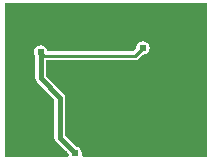
<source format=gbl>
G04 Layer_Physical_Order=2*
G04 Layer_Color=16711680*
%FSLAX24Y24*%
%MOIN*%
G70*
G01*
G75*
%ADD25C,0.0100*%
%ADD26C,0.0260*%
%ADD27C,0.0240*%
%ADD28C,0.0150*%
G36*
X3457Y-2047D02*
X-698D01*
X-729Y-1997D01*
X-716Y-1930D01*
X-733Y-1844D01*
X-781Y-1771D01*
X-854Y-1723D01*
X-905Y-1713D01*
X-1281Y-1337D01*
Y-72D01*
X-1281Y-72D01*
X-1295Y-4D01*
X-1333Y54D01*
X-1920Y640D01*
Y1167D01*
X1051D01*
X1110Y1179D01*
X1160Y1212D01*
X1305Y1357D01*
X1312Y1356D01*
X1397Y1373D01*
X1470Y1421D01*
X1519Y1494D01*
X1536Y1580D01*
X1519Y1666D01*
X1470Y1739D01*
X1397Y1787D01*
X1312Y1804D01*
X1226Y1787D01*
X1153Y1739D01*
X1104Y1666D01*
X1087Y1580D01*
X1089Y1573D01*
X988Y1473D01*
X-1879D01*
X-1891Y1533D01*
X-1940Y1606D01*
X-2013Y1655D01*
X-2098Y1672D01*
X-2184Y1655D01*
X-2257Y1606D01*
X-2306Y1533D01*
X-2323Y1448D01*
X-2306Y1362D01*
X-2277Y1319D01*
Y567D01*
X-2263Y498D01*
X-2225Y440D01*
X-1638Y-146D01*
Y-1411D01*
X-1624Y-1479D01*
X-1586Y-1537D01*
X-1157Y-1965D01*
X-1151Y-1997D01*
X-1182Y-2047D01*
X-3277D01*
Y3067D01*
X3457D01*
Y-2047D01*
D02*
G37*
D25*
X-1971Y1320D02*
X1051D01*
X-2098Y1448D02*
X-1971Y1320D01*
X1051D02*
X1312Y1580D01*
D26*
X709Y-709D02*
D03*
X236D02*
D03*
X-236D02*
D03*
X-709D02*
D03*
X709Y-236D02*
D03*
X236D02*
D03*
X-236D02*
D03*
X-709D02*
D03*
X709Y236D02*
D03*
X236D02*
D03*
X-236D02*
D03*
X-709D02*
D03*
X709Y709D02*
D03*
X236D02*
D03*
X-236D02*
D03*
X-709D02*
D03*
D27*
X-390Y1630D02*
D03*
X790Y1840D02*
D03*
X2372Y138D02*
D03*
X-1840Y2950D02*
D03*
X2590Y1010D02*
D03*
Y680D02*
D03*
X-2620Y750D02*
D03*
X-1180Y-1181D02*
D03*
X-940Y-1930D02*
D03*
X2020Y-750D02*
D03*
X-1310Y-1940D02*
D03*
X-2720Y1150D02*
D03*
X-2098Y1448D02*
D03*
X-3160Y2950D02*
D03*
Y1490D02*
D03*
X-460Y2950D02*
D03*
X790D02*
D03*
X1592Y2330D02*
D03*
X1942D02*
D03*
X1312Y2010D02*
D03*
X3342Y2950D02*
D03*
X2312Y2410D02*
D03*
X3342Y1293D02*
D03*
X3337Y133D02*
D03*
X2400Y-530D02*
D03*
X3337Y-527D02*
D03*
X2030Y-1930D02*
D03*
X3340D02*
D03*
X-3160D02*
D03*
Y-1380D02*
D03*
X-2790Y-80D02*
D03*
X-1658Y1660D02*
D03*
X1312Y1580D02*
D03*
X2932Y1273D02*
D03*
X-2130Y2240D02*
D03*
X-3160D02*
D03*
D28*
X-1459Y-1411D02*
Y-72D01*
X-2098Y567D02*
X-1459Y-72D01*
X-2098Y567D02*
Y1448D01*
X-1459Y-1411D02*
X-940Y-1930D01*
M02*

</source>
